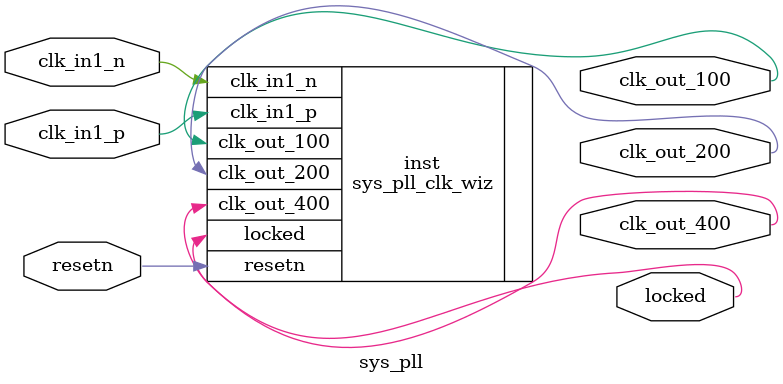
<source format=v>


`timescale 1ps/1ps

(* CORE_GENERATION_INFO = "sys_pll,clk_wiz_v6_0_5_0_0,{component_name=sys_pll,use_phase_alignment=true,use_min_o_jitter=false,use_max_i_jitter=false,use_dyn_phase_shift=false,use_inclk_switchover=false,use_dyn_reconfig=false,enable_axi=0,feedback_source=FDBK_AUTO,PRIMITIVE=PLL,num_out_clk=3,clkin1_period=5.000,clkin2_period=10.0,use_power_down=false,use_reset=true,use_locked=true,use_inclk_stopped=false,feedback_type=SINGLE,CLOCK_MGR_TYPE=NA,manual_override=false}" *)

module sys_pll 
 (
  // Clock out ports
  output        clk_out_400,
  output        clk_out_200,
  output        clk_out_100,
  // Status and control signals
  input         resetn,
  output        locked,
 // Clock in ports
  input         clk_in1_p,
  input         clk_in1_n
 );

  sys_pll_clk_wiz inst
  (
  // Clock out ports  
  .clk_out_400(clk_out_400),
  .clk_out_200(clk_out_200),
  .clk_out_100(clk_out_100),
  // Status and control signals               
  .resetn(resetn), 
  .locked(locked),
 // Clock in ports
  .clk_in1_p(clk_in1_p),
  .clk_in1_n(clk_in1_n)
  );

endmodule

</source>
